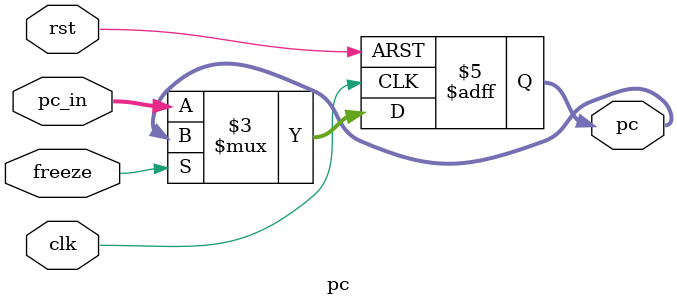
<source format=v>
module pc #(
    parameter N = 32
) (
    input clk, rst, freeze,
    input [N-1:0] pc_in,
    output reg [N-1:0] pc
);

    always @(posedge clk or posedge rst) begin
        
        if(rst) begin
            pc   <= {N{1'b0}};
        end 

        else if(~freeze) begin
            pc   <= pc_in;
        end
        
    end
endmodule

</source>
